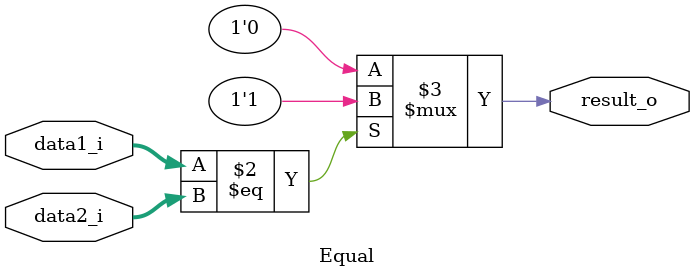
<source format=v>
module Equal(data1_i, data2_i, result_o);

    input [31:0] data1_i;
    input [31:0] data2_i;
    output reg result_o;
    
    always@(*)begin
        result_o = (data1_i == data2_i)? 1'b1 : 1'b0;
    end
endmodule

</source>
